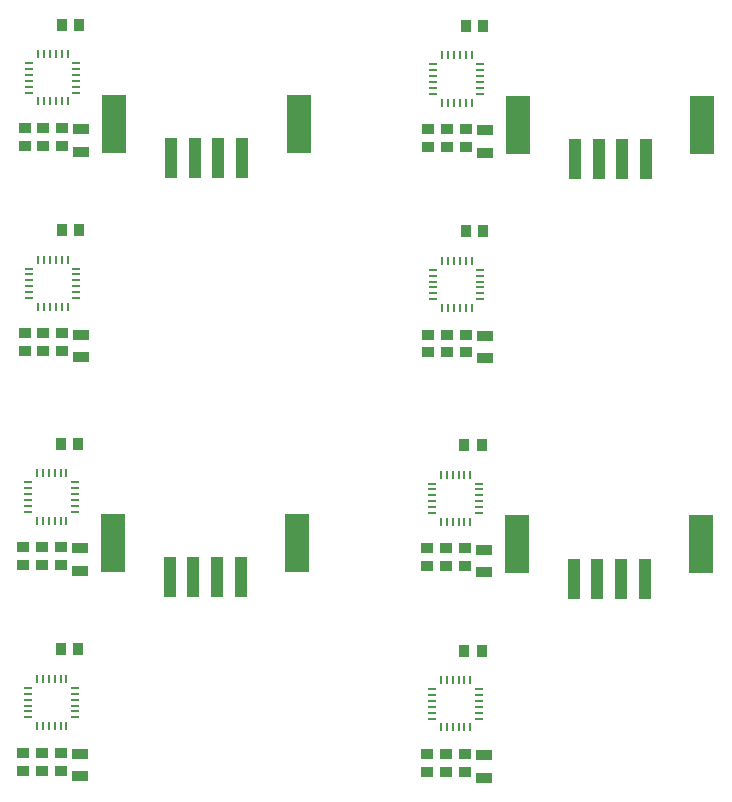
<source format=gtp>
G04 #@! TF.GenerationSoftware,KiCad,Pcbnew,5.1.5-52549c5~86~ubuntu18.04.1*
G04 #@! TF.CreationDate,2020-12-11T21:21:52-08:00*
G04 #@! TF.ProjectId,accelgyro_mpu6050_d2r1_4x4,61636365-6c67-4797-926f-5f6d70753630,rev?*
G04 #@! TF.SameCoordinates,Original*
G04 #@! TF.FileFunction,Paste,Top*
G04 #@! TF.FilePolarity,Positive*
%FSLAX46Y46*%
G04 Gerber Fmt 4.6, Leading zero omitted, Abs format (unit mm)*
G04 Created by KiCad (PCBNEW 5.1.5-52549c5~86~ubuntu18.04.1) date 2020-12-11 21:21:52*
%MOMM*%
%LPD*%
G04 APERTURE LIST*
%ADD10R,1.000760X0.899160*%
%ADD11R,1.397000X0.889000*%
%ADD12O,0.248920X0.800100*%
%ADD13O,0.800100X0.248920*%
%ADD14R,0.899160X1.000760*%
%ADD15R,1.120000X3.390000*%
%ADD16R,2.000000X5.000000*%
G04 APERTURE END LIST*
D10*
X176400000Y-121748160D03*
X176400000Y-123251840D03*
X176400000Y-104348160D03*
X176400000Y-105851840D03*
D11*
X179600000Y-106352500D03*
X179600000Y-104447500D03*
D12*
X175950320Y-98101020D03*
X176450700Y-98101020D03*
X176951080Y-98101020D03*
X177448920Y-98101020D03*
X177949300Y-98101020D03*
X178449680Y-98101020D03*
D13*
X179198980Y-98850320D03*
X179198980Y-99350700D03*
X179198980Y-99851080D03*
X179198980Y-100348920D03*
X179198980Y-100849300D03*
X179198980Y-101349680D03*
D12*
X178449680Y-102098980D03*
X177949300Y-102098980D03*
X177448920Y-102098980D03*
X176951080Y-102098980D03*
X176450700Y-102098980D03*
X175950320Y-102098980D03*
D13*
X175201020Y-101349680D03*
X175201020Y-100849300D03*
X175201020Y-100348920D03*
X175201020Y-99851080D03*
X175201020Y-99350700D03*
X175201020Y-98850320D03*
D10*
X177900000Y-158751840D03*
X177900000Y-157248160D03*
D14*
X179351840Y-148500000D03*
X177848160Y-148500000D03*
D11*
X179500000Y-139947500D03*
X179500000Y-141852500D03*
D10*
X176300000Y-158751840D03*
X176300000Y-157248160D03*
D11*
X179600000Y-123752500D03*
X179600000Y-121847500D03*
D14*
X177948160Y-113000000D03*
X179451840Y-113000000D03*
D10*
X174800000Y-121748160D03*
X174800000Y-123251840D03*
D15*
X189200000Y-106900000D03*
X191200000Y-106900000D03*
X193200000Y-106900000D03*
X187200000Y-106900000D03*
D16*
X198000000Y-104000000D03*
X182400000Y-104000000D03*
D10*
X178000000Y-104348160D03*
X178000000Y-105851840D03*
X174700000Y-158751840D03*
X174700000Y-157248160D03*
X178000000Y-121748160D03*
X178000000Y-123251840D03*
D14*
X179351840Y-131100000D03*
X177848160Y-131100000D03*
D12*
X175950320Y-115501020D03*
X176450700Y-115501020D03*
X176951080Y-115501020D03*
X177448920Y-115501020D03*
X177949300Y-115501020D03*
X178449680Y-115501020D03*
D13*
X179198980Y-116250320D03*
X179198980Y-116750700D03*
X179198980Y-117251080D03*
X179198980Y-117748920D03*
X179198980Y-118249300D03*
X179198980Y-118749680D03*
D12*
X178449680Y-119498980D03*
X177949300Y-119498980D03*
X177448920Y-119498980D03*
X176951080Y-119498980D03*
X176450700Y-119498980D03*
X175950320Y-119498980D03*
D13*
X175201020Y-118749680D03*
X175201020Y-118249300D03*
X175201020Y-117748920D03*
X175201020Y-117251080D03*
X175201020Y-116750700D03*
X175201020Y-116250320D03*
D16*
X182300000Y-139500000D03*
X197900000Y-139500000D03*
D15*
X187100000Y-142400000D03*
X193100000Y-142400000D03*
X191100000Y-142400000D03*
X189100000Y-142400000D03*
D10*
X177900000Y-141351840D03*
X177900000Y-139848160D03*
D13*
X175101020Y-134350320D03*
X175101020Y-134850700D03*
X175101020Y-135351080D03*
X175101020Y-135848920D03*
X175101020Y-136349300D03*
X175101020Y-136849680D03*
D12*
X175850320Y-137598980D03*
X176350700Y-137598980D03*
X176851080Y-137598980D03*
X177348920Y-137598980D03*
X177849300Y-137598980D03*
X178349680Y-137598980D03*
D13*
X179098980Y-136849680D03*
X179098980Y-136349300D03*
X179098980Y-135848920D03*
X179098980Y-135351080D03*
X179098980Y-134850700D03*
X179098980Y-134350320D03*
D12*
X178349680Y-133601020D03*
X177849300Y-133601020D03*
X177348920Y-133601020D03*
X176851080Y-133601020D03*
X176350700Y-133601020D03*
X175850320Y-133601020D03*
D11*
X179500000Y-157347500D03*
X179500000Y-159252500D03*
D10*
X176300000Y-141351840D03*
X176300000Y-139848160D03*
X174700000Y-141351840D03*
X174700000Y-139848160D03*
D14*
X177948160Y-95600000D03*
X179451840Y-95600000D03*
D10*
X174800000Y-104348160D03*
X174800000Y-105851840D03*
D13*
X175101020Y-151750320D03*
X175101020Y-152250700D03*
X175101020Y-152751080D03*
X175101020Y-153248920D03*
X175101020Y-153749300D03*
X175101020Y-154249680D03*
D12*
X175850320Y-154998980D03*
X176350700Y-154998980D03*
X176851080Y-154998980D03*
X177348920Y-154998980D03*
X177849300Y-154998980D03*
X178349680Y-154998980D03*
D13*
X179098980Y-154249680D03*
X179098980Y-153749300D03*
X179098980Y-153248920D03*
X179098980Y-152751080D03*
X179098980Y-152250700D03*
X179098980Y-151750320D03*
D12*
X178349680Y-151001020D03*
X177849300Y-151001020D03*
X177348920Y-151001020D03*
X176851080Y-151001020D03*
X176350700Y-151001020D03*
X175850320Y-151001020D03*
D10*
X142100000Y-157148160D03*
X142100000Y-158651840D03*
X142100000Y-139748160D03*
X142100000Y-141251840D03*
D11*
X145300000Y-141752500D03*
X145300000Y-139847500D03*
D12*
X141650320Y-133501020D03*
X142150700Y-133501020D03*
X142651080Y-133501020D03*
X143148920Y-133501020D03*
X143649300Y-133501020D03*
X144149680Y-133501020D03*
D13*
X144898980Y-134250320D03*
X144898980Y-134750700D03*
X144898980Y-135251080D03*
X144898980Y-135748920D03*
X144898980Y-136249300D03*
X144898980Y-136749680D03*
D12*
X144149680Y-137498980D03*
X143649300Y-137498980D03*
X143148920Y-137498980D03*
X142651080Y-137498980D03*
X142150700Y-137498980D03*
X141650320Y-137498980D03*
D13*
X140901020Y-136749680D03*
X140901020Y-136249300D03*
X140901020Y-135748920D03*
X140901020Y-135251080D03*
X140901020Y-134750700D03*
X140901020Y-134250320D03*
D11*
X145300000Y-159152500D03*
X145300000Y-157247500D03*
D14*
X143648160Y-148400000D03*
X145151840Y-148400000D03*
D10*
X140500000Y-157148160D03*
X140500000Y-158651840D03*
D15*
X154900000Y-142300000D03*
X156900000Y-142300000D03*
X158900000Y-142300000D03*
X152900000Y-142300000D03*
D16*
X163700000Y-139400000D03*
X148100000Y-139400000D03*
D10*
X143700000Y-139748160D03*
X143700000Y-141251840D03*
X143700000Y-157148160D03*
X143700000Y-158651840D03*
D12*
X141650320Y-150901020D03*
X142150700Y-150901020D03*
X142651080Y-150901020D03*
X143148920Y-150901020D03*
X143649300Y-150901020D03*
X144149680Y-150901020D03*
D13*
X144898980Y-151650320D03*
X144898980Y-152150700D03*
X144898980Y-152651080D03*
X144898980Y-153148920D03*
X144898980Y-153649300D03*
X144898980Y-154149680D03*
D12*
X144149680Y-154898980D03*
X143649300Y-154898980D03*
X143148920Y-154898980D03*
X142651080Y-154898980D03*
X142150700Y-154898980D03*
X141650320Y-154898980D03*
D13*
X140901020Y-154149680D03*
X140901020Y-153649300D03*
X140901020Y-153148920D03*
X140901020Y-152651080D03*
X140901020Y-152150700D03*
X140901020Y-151650320D03*
D14*
X143648160Y-131000000D03*
X145151840Y-131000000D03*
D10*
X140500000Y-139748160D03*
X140500000Y-141251840D03*
X140600000Y-105751840D03*
X140600000Y-104248160D03*
D14*
X145251840Y-95500000D03*
X143748160Y-95500000D03*
D10*
X142200000Y-105751840D03*
X142200000Y-104248160D03*
X143800000Y-105751840D03*
X143800000Y-104248160D03*
D13*
X141001020Y-98750320D03*
X141001020Y-99250700D03*
X141001020Y-99751080D03*
X141001020Y-100248920D03*
X141001020Y-100749300D03*
X141001020Y-101249680D03*
D12*
X141750320Y-101998980D03*
X142250700Y-101998980D03*
X142751080Y-101998980D03*
X143248920Y-101998980D03*
X143749300Y-101998980D03*
X144249680Y-101998980D03*
D13*
X144998980Y-101249680D03*
X144998980Y-100749300D03*
X144998980Y-100248920D03*
X144998980Y-99751080D03*
X144998980Y-99250700D03*
X144998980Y-98750320D03*
D12*
X144249680Y-98001020D03*
X143749300Y-98001020D03*
X143248920Y-98001020D03*
X142751080Y-98001020D03*
X142250700Y-98001020D03*
X141750320Y-98001020D03*
D11*
X145400000Y-104347500D03*
X145400000Y-106252500D03*
D16*
X148200000Y-103900000D03*
X163800000Y-103900000D03*
D15*
X153000000Y-106800000D03*
X159000000Y-106800000D03*
X157000000Y-106800000D03*
X155000000Y-106800000D03*
D10*
X140600000Y-123151840D03*
X140600000Y-121648160D03*
D14*
X145251840Y-112900000D03*
X143748160Y-112900000D03*
D10*
X142200000Y-123151840D03*
X142200000Y-121648160D03*
X143800000Y-123151840D03*
X143800000Y-121648160D03*
D13*
X141001020Y-116150320D03*
X141001020Y-116650700D03*
X141001020Y-117151080D03*
X141001020Y-117648920D03*
X141001020Y-118149300D03*
X141001020Y-118649680D03*
D12*
X141750320Y-119398980D03*
X142250700Y-119398980D03*
X142751080Y-119398980D03*
X143248920Y-119398980D03*
X143749300Y-119398980D03*
X144249680Y-119398980D03*
D13*
X144998980Y-118649680D03*
X144998980Y-118149300D03*
X144998980Y-117648920D03*
X144998980Y-117151080D03*
X144998980Y-116650700D03*
X144998980Y-116150320D03*
D12*
X144249680Y-115401020D03*
X143749300Y-115401020D03*
X143248920Y-115401020D03*
X142751080Y-115401020D03*
X142250700Y-115401020D03*
X141750320Y-115401020D03*
D11*
X145400000Y-121747500D03*
X145400000Y-123652500D03*
M02*

</source>
